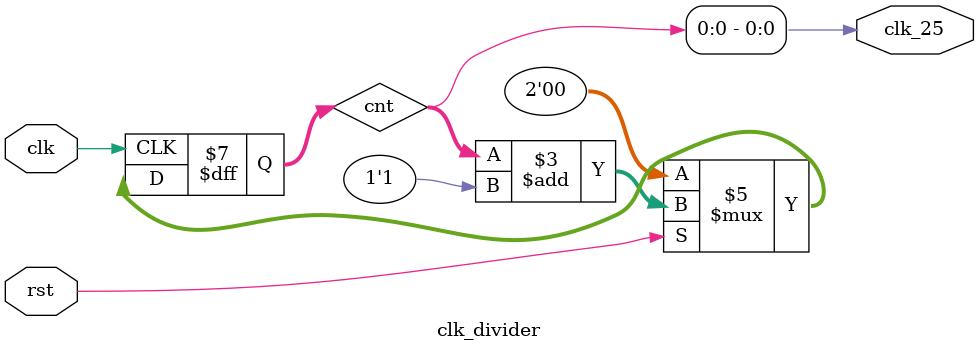
<source format=v>
module clk_divider(input clk,
						 input rst,
						 output clk_25 
							);
								reg [1:0] cnt;
								always@(posedge clk)
											if (~rst) cnt <= 2'b0;
											    else cnt <= cnt + 1'b1;
								assign clk_25 = cnt[0];				 
endmodule							
</source>
